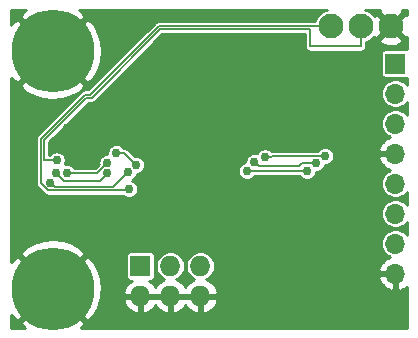
<source format=gbl>
G04 #@! TF.GenerationSoftware,KiCad,Pcbnew,5.1.10*
G04 #@! TF.CreationDate,2021-05-27T14:54:43+02:00*
G04 #@! TF.ProjectId,USB-PD-Breakout,5553422d-5044-42d4-9272-65616b6f7574,rev?*
G04 #@! TF.SameCoordinates,Original*
G04 #@! TF.FileFunction,Copper,L2,Bot*
G04 #@! TF.FilePolarity,Positive*
%FSLAX46Y46*%
G04 Gerber Fmt 4.6, Leading zero omitted, Abs format (unit mm)*
G04 Created by KiCad (PCBNEW 5.1.10) date 2021-05-27 14:54:43*
%MOMM*%
%LPD*%
G01*
G04 APERTURE LIST*
G04 #@! TA.AperFunction,ComponentPad*
%ADD10R,1.727200X1.727200*%
G04 #@! TD*
G04 #@! TA.AperFunction,ComponentPad*
%ADD11O,1.727200X1.727200*%
G04 #@! TD*
G04 #@! TA.AperFunction,ComponentPad*
%ADD12C,7.000000*%
G04 #@! TD*
G04 #@! TA.AperFunction,ComponentPad*
%ADD13C,0.600000*%
G04 #@! TD*
G04 #@! TA.AperFunction,ComponentPad*
%ADD14O,1.700000X1.700000*%
G04 #@! TD*
G04 #@! TA.AperFunction,ComponentPad*
%ADD15R,1.700000X1.700000*%
G04 #@! TD*
G04 #@! TA.AperFunction,ComponentPad*
%ADD16C,2.100000*%
G04 #@! TD*
G04 #@! TA.AperFunction,ViaPad*
%ADD17C,0.762000*%
G04 #@! TD*
G04 #@! TA.AperFunction,Conductor*
%ADD18C,0.254000*%
G04 #@! TD*
G04 #@! TA.AperFunction,Conductor*
%ADD19C,0.127000*%
G04 #@! TD*
G04 APERTURE END LIST*
D10*
X113030000Y-95805000D03*
D11*
X113030000Y-98345000D03*
X115570000Y-95805000D03*
X115570000Y-98345000D03*
X118110000Y-95805000D03*
X118110000Y-98345000D03*
D12*
X105600000Y-97710000D03*
D13*
X108225000Y-97710000D03*
X107456155Y-99566155D03*
X105600000Y-100335000D03*
X103743845Y-99566155D03*
X102975000Y-97710000D03*
X103743845Y-95853845D03*
X105600000Y-95085000D03*
X107456155Y-95853845D03*
D12*
X105600000Y-77600000D03*
D13*
X108225000Y-77600000D03*
X107456155Y-79456155D03*
X105600000Y-80225000D03*
X103743845Y-79456155D03*
X102975000Y-77600000D03*
X103743845Y-75743845D03*
X105600000Y-74975000D03*
X107456155Y-75743845D03*
D14*
X134620000Y-96440000D03*
X134620000Y-93900000D03*
X134620000Y-91360000D03*
X134620000Y-88820000D03*
X134620000Y-86280000D03*
X134620000Y-83740000D03*
X134620000Y-81200000D03*
D15*
X134620000Y-78660000D03*
D16*
X129159000Y-75501500D03*
X131699000Y-75501500D03*
X134239000Y-75501500D03*
D17*
X112522000Y-80057000D03*
X112522000Y-79168000D03*
X113411000Y-79168000D03*
X113411000Y-80057000D03*
X114300000Y-80057000D03*
X114300000Y-79168000D03*
X111379000Y-83613000D03*
X111379000Y-82851000D03*
X110617000Y-82851000D03*
X110617000Y-83613000D03*
X110109000Y-84121000D03*
X106807000Y-84121000D03*
X106807000Y-84883000D03*
X106807000Y-91233000D03*
X106807000Y-90471000D03*
X110998000Y-91360000D03*
X111760000Y-91360000D03*
X111760000Y-90598000D03*
X110998000Y-90598000D03*
X110236000Y-90598000D03*
X128270000Y-100076000D03*
X126873000Y-94615000D03*
X126873000Y-92075000D03*
X121920000Y-89154000D03*
X120269000Y-93345000D03*
X127508000Y-82169000D03*
X122936000Y-83693000D03*
X112077500Y-89281000D03*
X105936000Y-86850000D03*
X122047000Y-87757000D03*
X127127000Y-87757000D03*
X122682000Y-86995000D03*
X127889000Y-87122000D03*
X123571000Y-86614000D03*
X128651000Y-86487000D03*
X105410000Y-88773000D03*
X112014000Y-87884000D03*
X112649000Y-87249000D03*
X110998000Y-86233000D03*
X110234413Y-87045175D03*
X106807000Y-87931000D03*
X110236005Y-87934185D03*
X105918000Y-87931000D03*
D18*
X112522000Y-79168000D02*
X112522000Y-79930000D01*
X112522000Y-79930000D02*
X112395000Y-80057000D01*
X113411000Y-80057000D02*
X113411000Y-79168000D01*
X114300000Y-79168000D02*
X114300000Y-80057000D01*
X110617000Y-82851000D02*
X111379000Y-82851000D01*
X110109000Y-84121000D02*
X110617000Y-83613000D01*
X106807000Y-84883000D02*
X106807000Y-84121000D01*
X106807000Y-90471000D02*
X106807000Y-91233000D01*
X111760000Y-90598000D02*
X111760000Y-91360000D01*
X110236000Y-90598000D02*
X110998000Y-90598000D01*
D19*
X114581053Y-75501500D02*
X129159000Y-75501500D01*
X114581053Y-75501500D02*
X108792306Y-81290247D01*
X108342888Y-81290247D02*
X104597200Y-85035935D01*
X108792306Y-81290247D02*
X108342888Y-81290247D01*
X111950745Y-89407755D02*
X112077500Y-89281000D01*
X105199308Y-89407755D02*
X111950745Y-89407755D01*
X104597200Y-88805647D02*
X105199308Y-89407755D01*
X104597200Y-85035935D02*
X104597200Y-88805647D01*
X114686161Y-75755256D02*
X127381000Y-75755256D01*
X127381000Y-75755256D02*
X127381000Y-77216000D01*
X127381000Y-77216000D02*
X131699000Y-77216000D01*
X131699000Y-77216000D02*
X131699000Y-75501500D01*
X105936000Y-86850000D02*
X104858356Y-86850000D01*
X104858356Y-86850000D02*
X104850956Y-86842600D01*
X108447997Y-81544003D02*
X108897414Y-81544003D01*
X104850956Y-85141044D02*
X108447997Y-81544003D01*
X108897414Y-81544003D02*
X114686161Y-75755256D01*
X104850956Y-86842600D02*
X104850956Y-85141044D01*
X122047000Y-87757000D02*
X123063000Y-87757000D01*
X123063000Y-87757000D02*
X127127000Y-87757000D01*
X122682000Y-86995000D02*
X123063000Y-87376000D01*
X123063000Y-87376000D02*
X126492000Y-87376000D01*
X126492000Y-87376000D02*
X126746000Y-87122000D01*
X126746000Y-87122000D02*
X127889000Y-87122000D01*
X124109815Y-86614000D02*
X124236815Y-86487000D01*
X123571000Y-86614000D02*
X124109815Y-86614000D01*
X124236815Y-86487000D02*
X128651000Y-86487000D01*
X105410000Y-88773000D02*
X105790999Y-89153999D01*
X110997999Y-88900001D02*
X112014000Y-87884000D01*
X110744001Y-89153999D02*
X110489999Y-89153999D01*
X112014000Y-87884000D02*
X110744001Y-89153999D01*
X105790999Y-89153999D02*
X110489999Y-89153999D01*
X111633000Y-86233000D02*
X112649000Y-87249000D01*
X110998000Y-86233000D02*
X111633000Y-86233000D01*
X109853414Y-87426174D02*
X110234413Y-87045175D01*
X109348588Y-87931000D02*
X109853414Y-87426174D01*
X106807000Y-87931000D02*
X109348588Y-87931000D01*
X105918000Y-87931000D02*
X106553000Y-88566000D01*
X109604190Y-88566000D02*
X109855006Y-88315184D01*
X109855006Y-88315184D02*
X110236005Y-87934185D01*
X106553000Y-88566000D02*
X109604190Y-88566000D01*
D18*
X103321744Y-74125285D02*
X103261634Y-74165450D01*
X102865450Y-74685845D01*
X105600000Y-77420395D01*
X108334550Y-74685845D01*
X107938366Y-74165450D01*
X107833098Y-74108000D01*
X128829535Y-74108000D01*
X128741593Y-74125493D01*
X128481167Y-74233364D01*
X128246791Y-74389970D01*
X128047470Y-74589291D01*
X127890864Y-74823667D01*
X127794215Y-75057000D01*
X114602873Y-75057000D01*
X114581053Y-75054851D01*
X114559233Y-75057000D01*
X114559223Y-75057000D01*
X114493916Y-75063432D01*
X114425806Y-75084093D01*
X114410127Y-75088849D01*
X114332907Y-75130124D01*
X114282180Y-75171755D01*
X114282177Y-75171758D01*
X114265224Y-75185671D01*
X114251311Y-75202624D01*
X108608189Y-80845747D01*
X108364708Y-80845747D01*
X108342888Y-80843598D01*
X108321068Y-80845747D01*
X108321058Y-80845747D01*
X108255751Y-80852179D01*
X108171962Y-80877596D01*
X108094742Y-80918871D01*
X108044015Y-80960502D01*
X108044012Y-80960505D01*
X108027059Y-80974418D01*
X108013146Y-80991371D01*
X104298330Y-84706188D01*
X104281371Y-84720106D01*
X104267455Y-84737063D01*
X104225824Y-84787790D01*
X104198709Y-84838519D01*
X104184549Y-84865010D01*
X104159132Y-84948799D01*
X104152700Y-85014106D01*
X104152700Y-85014115D01*
X104150551Y-85035935D01*
X104152700Y-85057755D01*
X104152701Y-88783817D01*
X104150551Y-88805647D01*
X104159133Y-88892784D01*
X104184549Y-88976572D01*
X104225824Y-89053792D01*
X104267455Y-89104519D01*
X104267459Y-89104523D01*
X104281372Y-89121476D01*
X104298325Y-89135389D01*
X104869566Y-89706631D01*
X104883479Y-89723584D01*
X104900432Y-89737497D01*
X104900434Y-89737499D01*
X104933873Y-89764942D01*
X104951163Y-89779131D01*
X105028382Y-89820406D01*
X105112171Y-89845823D01*
X105177478Y-89852255D01*
X105177487Y-89852255D01*
X105199307Y-89854404D01*
X105221127Y-89852255D01*
X111571124Y-89852255D01*
X111591753Y-89872884D01*
X111716558Y-89956276D01*
X111855233Y-90013717D01*
X112002450Y-90043000D01*
X112152550Y-90043000D01*
X112299767Y-90013717D01*
X112438442Y-89956276D01*
X112563247Y-89872884D01*
X112669384Y-89766747D01*
X112752776Y-89641942D01*
X112810217Y-89503267D01*
X112839500Y-89356050D01*
X112839500Y-89205950D01*
X112810217Y-89058733D01*
X112752776Y-88920058D01*
X112669384Y-88795253D01*
X112563247Y-88689116D01*
X112438442Y-88605724D01*
X112350624Y-88569349D01*
X112374942Y-88559276D01*
X112499747Y-88475884D01*
X112605884Y-88369747D01*
X112689276Y-88244942D01*
X112746717Y-88106267D01*
X112767381Y-88002381D01*
X112871267Y-87981717D01*
X113009942Y-87924276D01*
X113134747Y-87840884D01*
X113240884Y-87734747D01*
X113276161Y-87681950D01*
X121285000Y-87681950D01*
X121285000Y-87832050D01*
X121314283Y-87979267D01*
X121371724Y-88117942D01*
X121455116Y-88242747D01*
X121561253Y-88348884D01*
X121686058Y-88432276D01*
X121824733Y-88489717D01*
X121971950Y-88519000D01*
X122122050Y-88519000D01*
X122269267Y-88489717D01*
X122407942Y-88432276D01*
X122532747Y-88348884D01*
X122638884Y-88242747D01*
X122666444Y-88201500D01*
X126507556Y-88201500D01*
X126535116Y-88242747D01*
X126641253Y-88348884D01*
X126766058Y-88432276D01*
X126904733Y-88489717D01*
X127051950Y-88519000D01*
X127202050Y-88519000D01*
X127349267Y-88489717D01*
X127487942Y-88432276D01*
X127612747Y-88348884D01*
X127718884Y-88242747D01*
X127802276Y-88117942D01*
X127859717Y-87979267D01*
X127878667Y-87884000D01*
X127964050Y-87884000D01*
X128111267Y-87854717D01*
X128249942Y-87797276D01*
X128374747Y-87713884D01*
X128480884Y-87607747D01*
X128564276Y-87482942D01*
X128621717Y-87344267D01*
X128640667Y-87249000D01*
X128726050Y-87249000D01*
X128873267Y-87219717D01*
X129011942Y-87162276D01*
X129136747Y-87078884D01*
X129242884Y-86972747D01*
X129326276Y-86847942D01*
X129383717Y-86709267D01*
X129413000Y-86562050D01*
X129413000Y-86411950D01*
X129383717Y-86264733D01*
X129326276Y-86126058D01*
X129242884Y-86001253D01*
X129136747Y-85895116D01*
X129011942Y-85811724D01*
X128873267Y-85754283D01*
X128726050Y-85725000D01*
X128575950Y-85725000D01*
X128428733Y-85754283D01*
X128290058Y-85811724D01*
X128165253Y-85895116D01*
X128059116Y-86001253D01*
X128031556Y-86042500D01*
X124258634Y-86042500D01*
X124236814Y-86040351D01*
X124214994Y-86042500D01*
X124214985Y-86042500D01*
X124149678Y-86048932D01*
X124098951Y-86064320D01*
X124056747Y-86022116D01*
X123931942Y-85938724D01*
X123793267Y-85881283D01*
X123646050Y-85852000D01*
X123495950Y-85852000D01*
X123348733Y-85881283D01*
X123210058Y-85938724D01*
X123085253Y-86022116D01*
X122979116Y-86128253D01*
X122895724Y-86253058D01*
X122892844Y-86260011D01*
X122757050Y-86233000D01*
X122606950Y-86233000D01*
X122459733Y-86262283D01*
X122321058Y-86319724D01*
X122196253Y-86403116D01*
X122090116Y-86509253D01*
X122006724Y-86634058D01*
X121949283Y-86772733D01*
X121920000Y-86919950D01*
X121920000Y-87005333D01*
X121824733Y-87024283D01*
X121686058Y-87081724D01*
X121561253Y-87165116D01*
X121455116Y-87271253D01*
X121371724Y-87396058D01*
X121314283Y-87534733D01*
X121285000Y-87681950D01*
X113276161Y-87681950D01*
X113324276Y-87609942D01*
X113381717Y-87471267D01*
X113411000Y-87324050D01*
X113411000Y-87173950D01*
X113381717Y-87026733D01*
X113324276Y-86888058D01*
X113240884Y-86763253D01*
X113134747Y-86657116D01*
X113009942Y-86573724D01*
X112871267Y-86516283D01*
X112724050Y-86487000D01*
X112573950Y-86487000D01*
X112525295Y-86496678D01*
X111962747Y-85934129D01*
X111948829Y-85917171D01*
X111881145Y-85861624D01*
X111803926Y-85820349D01*
X111720137Y-85794932D01*
X111654830Y-85788500D01*
X111654820Y-85788500D01*
X111633000Y-85786351D01*
X111617058Y-85787921D01*
X111589884Y-85747253D01*
X111483747Y-85641116D01*
X111358942Y-85557724D01*
X111220267Y-85500283D01*
X111073050Y-85471000D01*
X110922950Y-85471000D01*
X110775733Y-85500283D01*
X110637058Y-85557724D01*
X110512253Y-85641116D01*
X110406116Y-85747253D01*
X110322724Y-85872058D01*
X110265283Y-86010733D01*
X110236000Y-86157950D01*
X110236000Y-86283175D01*
X110159363Y-86283175D01*
X110012146Y-86312458D01*
X109873471Y-86369899D01*
X109748666Y-86453291D01*
X109642529Y-86559428D01*
X109559137Y-86684233D01*
X109501696Y-86822908D01*
X109472413Y-86970125D01*
X109472413Y-87120225D01*
X109482091Y-87168879D01*
X109164471Y-87486500D01*
X107426444Y-87486500D01*
X107398884Y-87445253D01*
X107292747Y-87339116D01*
X107167942Y-87255724D01*
X107029267Y-87198283D01*
X106882050Y-87169000D01*
X106731950Y-87169000D01*
X106619374Y-87191393D01*
X106668717Y-87072267D01*
X106698000Y-86925050D01*
X106698000Y-86774950D01*
X106668717Y-86627733D01*
X106611276Y-86489058D01*
X106527884Y-86364253D01*
X106421747Y-86258116D01*
X106296942Y-86174724D01*
X106158267Y-86117283D01*
X106011050Y-86088000D01*
X105860950Y-86088000D01*
X105713733Y-86117283D01*
X105575058Y-86174724D01*
X105450253Y-86258116D01*
X105344116Y-86364253D01*
X105316556Y-86405500D01*
X105295456Y-86405500D01*
X105295456Y-85325161D01*
X108632114Y-81988503D01*
X108875594Y-81988503D01*
X108897414Y-81990652D01*
X108919234Y-81988503D01*
X108919244Y-81988503D01*
X108984551Y-81982071D01*
X109068340Y-81956654D01*
X109145559Y-81915379D01*
X109213243Y-81859832D01*
X109227161Y-81842873D01*
X114870279Y-76199756D01*
X126936500Y-76199756D01*
X126936501Y-77194160D01*
X126934350Y-77216000D01*
X126942932Y-77303137D01*
X126968349Y-77386926D01*
X127009624Y-77464145D01*
X127065171Y-77531829D01*
X127132855Y-77587376D01*
X127210074Y-77628651D01*
X127293863Y-77654068D01*
X127359170Y-77660500D01*
X127381000Y-77662650D01*
X127402830Y-77660500D01*
X131677170Y-77660500D01*
X131699000Y-77662650D01*
X131720830Y-77660500D01*
X131786137Y-77654068D01*
X131869926Y-77628651D01*
X131947145Y-77587376D01*
X132014829Y-77531829D01*
X132070376Y-77464145D01*
X132111651Y-77386926D01*
X132137068Y-77303137D01*
X132145650Y-77216000D01*
X132143500Y-77194170D01*
X132143500Y-76866285D01*
X132376833Y-76769636D01*
X132522107Y-76672566D01*
X133247539Y-76672566D01*
X133349339Y-76942079D01*
X133647477Y-77087963D01*
X133968346Y-77172880D01*
X134299617Y-77193566D01*
X134628557Y-77149228D01*
X134942527Y-77041569D01*
X135128661Y-76942079D01*
X135230461Y-76672566D01*
X134239000Y-75681105D01*
X133247539Y-76672566D01*
X132522107Y-76672566D01*
X132611209Y-76613030D01*
X132810530Y-76413709D01*
X132820120Y-76399357D01*
X133067934Y-76492961D01*
X134059395Y-75501500D01*
X133067934Y-74510039D01*
X132820120Y-74603643D01*
X132810530Y-74589291D01*
X132611209Y-74389970D01*
X132376833Y-74233364D01*
X132116407Y-74125493D01*
X132028465Y-74108000D01*
X133331556Y-74108000D01*
X133247539Y-74330434D01*
X134239000Y-75321895D01*
X135230461Y-74330434D01*
X135146444Y-74108000D01*
X135592000Y-74108000D01*
X135592000Y-74578759D01*
X135410066Y-74510039D01*
X134418605Y-75501500D01*
X135410066Y-76492961D01*
X135592000Y-76424241D01*
X135592000Y-77448865D01*
X135544689Y-77434513D01*
X135470000Y-77427157D01*
X133770000Y-77427157D01*
X133695311Y-77434513D01*
X133623492Y-77456299D01*
X133557304Y-77491678D01*
X133499289Y-77539289D01*
X133451678Y-77597304D01*
X133416299Y-77663492D01*
X133394513Y-77735311D01*
X133387157Y-77810000D01*
X133387157Y-79510000D01*
X133394513Y-79584689D01*
X133416299Y-79656508D01*
X133451678Y-79722696D01*
X133499289Y-79780711D01*
X133557304Y-79828322D01*
X133623492Y-79863701D01*
X133695311Y-79885487D01*
X133770000Y-79892843D01*
X135470000Y-79892843D01*
X135544689Y-79885487D01*
X135592000Y-79871135D01*
X135592000Y-80438960D01*
X135576180Y-80415283D01*
X135404717Y-80243820D01*
X135203097Y-80109102D01*
X134979069Y-80016307D01*
X134741243Y-79969000D01*
X134498757Y-79969000D01*
X134260931Y-80016307D01*
X134036903Y-80109102D01*
X133835283Y-80243820D01*
X133663820Y-80415283D01*
X133529102Y-80616903D01*
X133436307Y-80840931D01*
X133389000Y-81078757D01*
X133389000Y-81321243D01*
X133436307Y-81559069D01*
X133529102Y-81783097D01*
X133663820Y-81984717D01*
X133835283Y-82156180D01*
X134036903Y-82290898D01*
X134260931Y-82383693D01*
X134498757Y-82431000D01*
X134741243Y-82431000D01*
X134979069Y-82383693D01*
X135203097Y-82290898D01*
X135404717Y-82156180D01*
X135576180Y-81984717D01*
X135592000Y-81961040D01*
X135592000Y-82978960D01*
X135576180Y-82955283D01*
X135404717Y-82783820D01*
X135203097Y-82649102D01*
X134979069Y-82556307D01*
X134741243Y-82509000D01*
X134498757Y-82509000D01*
X134260931Y-82556307D01*
X134036903Y-82649102D01*
X133835283Y-82783820D01*
X133663820Y-82955283D01*
X133529102Y-83156903D01*
X133436307Y-83380931D01*
X133389000Y-83618757D01*
X133389000Y-83861243D01*
X133436307Y-84099069D01*
X133529102Y-84323097D01*
X133663820Y-84524717D01*
X133835283Y-84696180D01*
X134036903Y-84830898D01*
X134151168Y-84878228D01*
X133988748Y-84935843D01*
X133738645Y-85084822D01*
X133522412Y-85279731D01*
X133348359Y-85513080D01*
X133223175Y-85775901D01*
X133178524Y-85923110D01*
X133299845Y-86153000D01*
X134493000Y-86153000D01*
X134493000Y-86133000D01*
X134747000Y-86133000D01*
X134747000Y-86153000D01*
X134767000Y-86153000D01*
X134767000Y-86407000D01*
X134747000Y-86407000D01*
X134747000Y-86427000D01*
X134493000Y-86427000D01*
X134493000Y-86407000D01*
X133299845Y-86407000D01*
X133178524Y-86636890D01*
X133223175Y-86784099D01*
X133348359Y-87046920D01*
X133522412Y-87280269D01*
X133738645Y-87475178D01*
X133988748Y-87624157D01*
X134151168Y-87681772D01*
X134036903Y-87729102D01*
X133835283Y-87863820D01*
X133663820Y-88035283D01*
X133529102Y-88236903D01*
X133436307Y-88460931D01*
X133389000Y-88698757D01*
X133389000Y-88941243D01*
X133436307Y-89179069D01*
X133529102Y-89403097D01*
X133663820Y-89604717D01*
X133835283Y-89776180D01*
X134036903Y-89910898D01*
X134260931Y-90003693D01*
X134498757Y-90051000D01*
X134741243Y-90051000D01*
X134979069Y-90003693D01*
X135203097Y-89910898D01*
X135404717Y-89776180D01*
X135576180Y-89604717D01*
X135592001Y-89581040D01*
X135592001Y-90598960D01*
X135576180Y-90575283D01*
X135404717Y-90403820D01*
X135203097Y-90269102D01*
X134979069Y-90176307D01*
X134741243Y-90129000D01*
X134498757Y-90129000D01*
X134260931Y-90176307D01*
X134036903Y-90269102D01*
X133835283Y-90403820D01*
X133663820Y-90575283D01*
X133529102Y-90776903D01*
X133436307Y-91000931D01*
X133389000Y-91238757D01*
X133389000Y-91481243D01*
X133436307Y-91719069D01*
X133529102Y-91943097D01*
X133663820Y-92144717D01*
X133835283Y-92316180D01*
X134036903Y-92450898D01*
X134260931Y-92543693D01*
X134498757Y-92591000D01*
X134741243Y-92591000D01*
X134979069Y-92543693D01*
X135203097Y-92450898D01*
X135404717Y-92316180D01*
X135576180Y-92144717D01*
X135592001Y-92121040D01*
X135592001Y-93138960D01*
X135576180Y-93115283D01*
X135404717Y-92943820D01*
X135203097Y-92809102D01*
X134979069Y-92716307D01*
X134741243Y-92669000D01*
X134498757Y-92669000D01*
X134260931Y-92716307D01*
X134036903Y-92809102D01*
X133835283Y-92943820D01*
X133663820Y-93115283D01*
X133529102Y-93316903D01*
X133436307Y-93540931D01*
X133389000Y-93778757D01*
X133389000Y-94021243D01*
X133436307Y-94259069D01*
X133529102Y-94483097D01*
X133663820Y-94684717D01*
X133835283Y-94856180D01*
X134036903Y-94990898D01*
X134151168Y-95038228D01*
X133988748Y-95095843D01*
X133738645Y-95244822D01*
X133522412Y-95439731D01*
X133348359Y-95673080D01*
X133223175Y-95935901D01*
X133178524Y-96083110D01*
X133299845Y-96313000D01*
X134493000Y-96313000D01*
X134493000Y-96293000D01*
X134747000Y-96293000D01*
X134747000Y-96313000D01*
X134767000Y-96313000D01*
X134767000Y-96567000D01*
X134747000Y-96567000D01*
X134747000Y-97760814D01*
X134976891Y-97881481D01*
X135251252Y-97784157D01*
X135501355Y-97635178D01*
X135592001Y-97553471D01*
X135592001Y-101092000D01*
X107978373Y-101092000D01*
X108334550Y-100624155D01*
X105600000Y-97889605D01*
X102865450Y-100624155D01*
X103221627Y-101092000D01*
X102108000Y-101092000D01*
X102108000Y-99955230D01*
X102125285Y-99988256D01*
X102165450Y-100048366D01*
X102685845Y-100444550D01*
X105420395Y-97710000D01*
X105779605Y-97710000D01*
X108514155Y-100444550D01*
X109034550Y-100048366D01*
X109424748Y-99333388D01*
X109621658Y-98704026D01*
X111575042Y-98704026D01*
X111620778Y-98854814D01*
X111747316Y-99119944D01*
X111923146Y-99355293D01*
X112141512Y-99551817D01*
X112394022Y-99701964D01*
X112670973Y-99799963D01*
X112903000Y-99679464D01*
X112903000Y-98472000D01*
X113157000Y-98472000D01*
X113157000Y-99679464D01*
X113389027Y-99799963D01*
X113665978Y-99701964D01*
X113918488Y-99551817D01*
X114136854Y-99355293D01*
X114300000Y-99136922D01*
X114463146Y-99355293D01*
X114681512Y-99551817D01*
X114934022Y-99701964D01*
X115210973Y-99799963D01*
X115443000Y-99679464D01*
X115443000Y-98472000D01*
X115697000Y-98472000D01*
X115697000Y-99679464D01*
X115929027Y-99799963D01*
X116205978Y-99701964D01*
X116458488Y-99551817D01*
X116676854Y-99355293D01*
X116840000Y-99136922D01*
X117003146Y-99355293D01*
X117221512Y-99551817D01*
X117474022Y-99701964D01*
X117750973Y-99799963D01*
X117983000Y-99679464D01*
X117983000Y-98472000D01*
X118237000Y-98472000D01*
X118237000Y-99679464D01*
X118469027Y-99799963D01*
X118745978Y-99701964D01*
X118998488Y-99551817D01*
X119216854Y-99355293D01*
X119392684Y-99119944D01*
X119519222Y-98854814D01*
X119564958Y-98704026D01*
X119443817Y-98472000D01*
X118237000Y-98472000D01*
X117983000Y-98472000D01*
X115697000Y-98472000D01*
X115443000Y-98472000D01*
X113157000Y-98472000D01*
X112903000Y-98472000D01*
X111696183Y-98472000D01*
X111575042Y-98704026D01*
X109621658Y-98704026D01*
X109667964Y-98556024D01*
X109729121Y-97985974D01*
X111575042Y-97985974D01*
X111696183Y-98218000D01*
X112903000Y-98218000D01*
X112903000Y-98198000D01*
X113157000Y-98198000D01*
X113157000Y-98218000D01*
X115443000Y-98218000D01*
X115443000Y-98198000D01*
X115697000Y-98198000D01*
X115697000Y-98218000D01*
X117983000Y-98218000D01*
X117983000Y-98198000D01*
X118237000Y-98198000D01*
X118237000Y-98218000D01*
X119443817Y-98218000D01*
X119564958Y-97985974D01*
X119519222Y-97835186D01*
X119392684Y-97570056D01*
X119216854Y-97334707D01*
X118998488Y-97138183D01*
X118745978Y-96988036D01*
X118616664Y-96942278D01*
X118699539Y-96907950D01*
X118865752Y-96796890D01*
X133178524Y-96796890D01*
X133223175Y-96944099D01*
X133348359Y-97206920D01*
X133522412Y-97440269D01*
X133738645Y-97635178D01*
X133988748Y-97784157D01*
X134263109Y-97881481D01*
X134493000Y-97760814D01*
X134493000Y-96567000D01*
X133299845Y-96567000D01*
X133178524Y-96796890D01*
X118865752Y-96796890D01*
X118903386Y-96771744D01*
X119076744Y-96598386D01*
X119212950Y-96394539D01*
X119306771Y-96168036D01*
X119354600Y-95927582D01*
X119354600Y-95682418D01*
X119306771Y-95441964D01*
X119212950Y-95215461D01*
X119076744Y-95011614D01*
X118903386Y-94838256D01*
X118699539Y-94702050D01*
X118473036Y-94608229D01*
X118232582Y-94560400D01*
X117987418Y-94560400D01*
X117746964Y-94608229D01*
X117520461Y-94702050D01*
X117316614Y-94838256D01*
X117143256Y-95011614D01*
X117007050Y-95215461D01*
X116913229Y-95441964D01*
X116865400Y-95682418D01*
X116865400Y-95927582D01*
X116913229Y-96168036D01*
X117007050Y-96394539D01*
X117143256Y-96598386D01*
X117316614Y-96771744D01*
X117520461Y-96907950D01*
X117603336Y-96942278D01*
X117474022Y-96988036D01*
X117221512Y-97138183D01*
X117003146Y-97334707D01*
X116840000Y-97553078D01*
X116676854Y-97334707D01*
X116458488Y-97138183D01*
X116205978Y-96988036D01*
X116076664Y-96942278D01*
X116159539Y-96907950D01*
X116363386Y-96771744D01*
X116536744Y-96598386D01*
X116672950Y-96394539D01*
X116766771Y-96168036D01*
X116814600Y-95927582D01*
X116814600Y-95682418D01*
X116766771Y-95441964D01*
X116672950Y-95215461D01*
X116536744Y-95011614D01*
X116363386Y-94838256D01*
X116159539Y-94702050D01*
X115933036Y-94608229D01*
X115692582Y-94560400D01*
X115447418Y-94560400D01*
X115206964Y-94608229D01*
X114980461Y-94702050D01*
X114776614Y-94838256D01*
X114603256Y-95011614D01*
X114467050Y-95215461D01*
X114373229Y-95441964D01*
X114325400Y-95682418D01*
X114325400Y-95927582D01*
X114373229Y-96168036D01*
X114467050Y-96394539D01*
X114603256Y-96598386D01*
X114776614Y-96771744D01*
X114980461Y-96907950D01*
X115063336Y-96942278D01*
X114934022Y-96988036D01*
X114681512Y-97138183D01*
X114463146Y-97334707D01*
X114300000Y-97553078D01*
X114136854Y-97334707D01*
X113918488Y-97138183D01*
X113772613Y-97051443D01*
X113893600Y-97051443D01*
X113968289Y-97044087D01*
X114040108Y-97022301D01*
X114106296Y-96986922D01*
X114164311Y-96939311D01*
X114211922Y-96881296D01*
X114247301Y-96815108D01*
X114269087Y-96743289D01*
X114276443Y-96668600D01*
X114276443Y-94941400D01*
X114269087Y-94866711D01*
X114247301Y-94794892D01*
X114211922Y-94728704D01*
X114164311Y-94670689D01*
X114106296Y-94623078D01*
X114040108Y-94587699D01*
X113968289Y-94565913D01*
X113893600Y-94558557D01*
X112166400Y-94558557D01*
X112091711Y-94565913D01*
X112019892Y-94587699D01*
X111953704Y-94623078D01*
X111895689Y-94670689D01*
X111848078Y-94728704D01*
X111812699Y-94794892D01*
X111790913Y-94866711D01*
X111783557Y-94941400D01*
X111783557Y-96668600D01*
X111790913Y-96743289D01*
X111812699Y-96815108D01*
X111848078Y-96881296D01*
X111895689Y-96939311D01*
X111953704Y-96986922D01*
X112019892Y-97022301D01*
X112091711Y-97044087D01*
X112166400Y-97051443D01*
X112287387Y-97051443D01*
X112141512Y-97138183D01*
X111923146Y-97334707D01*
X111747316Y-97570056D01*
X111620778Y-97835186D01*
X111575042Y-97985974D01*
X109729121Y-97985974D01*
X109754851Y-97746147D01*
X109682069Y-96934882D01*
X109452415Y-96153403D01*
X109074715Y-95431744D01*
X109034550Y-95371634D01*
X108514155Y-94975450D01*
X105779605Y-97710000D01*
X105420395Y-97710000D01*
X102685845Y-94975450D01*
X102165450Y-95371634D01*
X102108000Y-95476902D01*
X102108000Y-94795845D01*
X102865450Y-94795845D01*
X105600000Y-97530395D01*
X108334550Y-94795845D01*
X107938366Y-94275450D01*
X107223388Y-93885252D01*
X106446024Y-93642036D01*
X105636147Y-93555149D01*
X104824882Y-93627931D01*
X104043403Y-93857585D01*
X103321744Y-94235285D01*
X103261634Y-94275450D01*
X102865450Y-94795845D01*
X102108000Y-94795845D01*
X102108000Y-80514155D01*
X102865450Y-80514155D01*
X103261634Y-81034550D01*
X103976612Y-81424748D01*
X104753976Y-81667964D01*
X105563853Y-81754851D01*
X106375118Y-81682069D01*
X107156597Y-81452415D01*
X107878256Y-81074715D01*
X107938366Y-81034550D01*
X108334550Y-80514155D01*
X105600000Y-77779605D01*
X102865450Y-80514155D01*
X102108000Y-80514155D01*
X102108000Y-79845230D01*
X102125285Y-79878256D01*
X102165450Y-79938366D01*
X102685845Y-80334550D01*
X105420395Y-77600000D01*
X105779605Y-77600000D01*
X108514155Y-80334550D01*
X109034550Y-79938366D01*
X109424748Y-79223388D01*
X109667964Y-78446024D01*
X109754851Y-77636147D01*
X109682069Y-76824882D01*
X109452415Y-76043403D01*
X109074715Y-75321744D01*
X109034550Y-75261634D01*
X108514155Y-74865450D01*
X105779605Y-77600000D01*
X105420395Y-77600000D01*
X102685845Y-74865450D01*
X102165450Y-75261634D01*
X102108000Y-75366902D01*
X102108000Y-74108000D01*
X103354770Y-74108000D01*
X103321744Y-74125285D01*
G04 #@! TA.AperFunction,Conductor*
G36*
X103321744Y-74125285D02*
G01*
X103261634Y-74165450D01*
X102865450Y-74685845D01*
X105600000Y-77420395D01*
X108334550Y-74685845D01*
X107938366Y-74165450D01*
X107833098Y-74108000D01*
X128829535Y-74108000D01*
X128741593Y-74125493D01*
X128481167Y-74233364D01*
X128246791Y-74389970D01*
X128047470Y-74589291D01*
X127890864Y-74823667D01*
X127794215Y-75057000D01*
X114602873Y-75057000D01*
X114581053Y-75054851D01*
X114559233Y-75057000D01*
X114559223Y-75057000D01*
X114493916Y-75063432D01*
X114425806Y-75084093D01*
X114410127Y-75088849D01*
X114332907Y-75130124D01*
X114282180Y-75171755D01*
X114282177Y-75171758D01*
X114265224Y-75185671D01*
X114251311Y-75202624D01*
X108608189Y-80845747D01*
X108364708Y-80845747D01*
X108342888Y-80843598D01*
X108321068Y-80845747D01*
X108321058Y-80845747D01*
X108255751Y-80852179D01*
X108171962Y-80877596D01*
X108094742Y-80918871D01*
X108044015Y-80960502D01*
X108044012Y-80960505D01*
X108027059Y-80974418D01*
X108013146Y-80991371D01*
X104298330Y-84706188D01*
X104281371Y-84720106D01*
X104267455Y-84737063D01*
X104225824Y-84787790D01*
X104198709Y-84838519D01*
X104184549Y-84865010D01*
X104159132Y-84948799D01*
X104152700Y-85014106D01*
X104152700Y-85014115D01*
X104150551Y-85035935D01*
X104152700Y-85057755D01*
X104152701Y-88783817D01*
X104150551Y-88805647D01*
X104159133Y-88892784D01*
X104184549Y-88976572D01*
X104225824Y-89053792D01*
X104267455Y-89104519D01*
X104267459Y-89104523D01*
X104281372Y-89121476D01*
X104298325Y-89135389D01*
X104869566Y-89706631D01*
X104883479Y-89723584D01*
X104900432Y-89737497D01*
X104900434Y-89737499D01*
X104933873Y-89764942D01*
X104951163Y-89779131D01*
X105028382Y-89820406D01*
X105112171Y-89845823D01*
X105177478Y-89852255D01*
X105177487Y-89852255D01*
X105199307Y-89854404D01*
X105221127Y-89852255D01*
X111571124Y-89852255D01*
X111591753Y-89872884D01*
X111716558Y-89956276D01*
X111855233Y-90013717D01*
X112002450Y-90043000D01*
X112152550Y-90043000D01*
X112299767Y-90013717D01*
X112438442Y-89956276D01*
X112563247Y-89872884D01*
X112669384Y-89766747D01*
X112752776Y-89641942D01*
X112810217Y-89503267D01*
X112839500Y-89356050D01*
X112839500Y-89205950D01*
X112810217Y-89058733D01*
X112752776Y-88920058D01*
X112669384Y-88795253D01*
X112563247Y-88689116D01*
X112438442Y-88605724D01*
X112350624Y-88569349D01*
X112374942Y-88559276D01*
X112499747Y-88475884D01*
X112605884Y-88369747D01*
X112689276Y-88244942D01*
X112746717Y-88106267D01*
X112767381Y-88002381D01*
X112871267Y-87981717D01*
X113009942Y-87924276D01*
X113134747Y-87840884D01*
X113240884Y-87734747D01*
X113276161Y-87681950D01*
X121285000Y-87681950D01*
X121285000Y-87832050D01*
X121314283Y-87979267D01*
X121371724Y-88117942D01*
X121455116Y-88242747D01*
X121561253Y-88348884D01*
X121686058Y-88432276D01*
X121824733Y-88489717D01*
X121971950Y-88519000D01*
X122122050Y-88519000D01*
X122269267Y-88489717D01*
X122407942Y-88432276D01*
X122532747Y-88348884D01*
X122638884Y-88242747D01*
X122666444Y-88201500D01*
X126507556Y-88201500D01*
X126535116Y-88242747D01*
X126641253Y-88348884D01*
X126766058Y-88432276D01*
X126904733Y-88489717D01*
X127051950Y-88519000D01*
X127202050Y-88519000D01*
X127349267Y-88489717D01*
X127487942Y-88432276D01*
X127612747Y-88348884D01*
X127718884Y-88242747D01*
X127802276Y-88117942D01*
X127859717Y-87979267D01*
X127878667Y-87884000D01*
X127964050Y-87884000D01*
X128111267Y-87854717D01*
X128249942Y-87797276D01*
X128374747Y-87713884D01*
X128480884Y-87607747D01*
X128564276Y-87482942D01*
X128621717Y-87344267D01*
X128640667Y-87249000D01*
X128726050Y-87249000D01*
X128873267Y-87219717D01*
X129011942Y-87162276D01*
X129136747Y-87078884D01*
X129242884Y-86972747D01*
X129326276Y-86847942D01*
X129383717Y-86709267D01*
X129413000Y-86562050D01*
X129413000Y-86411950D01*
X129383717Y-86264733D01*
X129326276Y-86126058D01*
X129242884Y-86001253D01*
X129136747Y-85895116D01*
X129011942Y-85811724D01*
X128873267Y-85754283D01*
X128726050Y-85725000D01*
X128575950Y-85725000D01*
X128428733Y-85754283D01*
X128290058Y-85811724D01*
X128165253Y-85895116D01*
X128059116Y-86001253D01*
X128031556Y-86042500D01*
X124258634Y-86042500D01*
X124236814Y-86040351D01*
X124214994Y-86042500D01*
X124214985Y-86042500D01*
X124149678Y-86048932D01*
X124098951Y-86064320D01*
X124056747Y-86022116D01*
X123931942Y-85938724D01*
X123793267Y-85881283D01*
X123646050Y-85852000D01*
X123495950Y-85852000D01*
X123348733Y-85881283D01*
X123210058Y-85938724D01*
X123085253Y-86022116D01*
X122979116Y-86128253D01*
X122895724Y-86253058D01*
X122892844Y-86260011D01*
X122757050Y-86233000D01*
X122606950Y-86233000D01*
X122459733Y-86262283D01*
X122321058Y-86319724D01*
X122196253Y-86403116D01*
X122090116Y-86509253D01*
X122006724Y-86634058D01*
X121949283Y-86772733D01*
X121920000Y-86919950D01*
X121920000Y-87005333D01*
X121824733Y-87024283D01*
X121686058Y-87081724D01*
X121561253Y-87165116D01*
X121455116Y-87271253D01*
X121371724Y-87396058D01*
X121314283Y-87534733D01*
X121285000Y-87681950D01*
X113276161Y-87681950D01*
X113324276Y-87609942D01*
X113381717Y-87471267D01*
X113411000Y-87324050D01*
X113411000Y-87173950D01*
X113381717Y-87026733D01*
X113324276Y-86888058D01*
X113240884Y-86763253D01*
X113134747Y-86657116D01*
X113009942Y-86573724D01*
X112871267Y-86516283D01*
X112724050Y-86487000D01*
X112573950Y-86487000D01*
X112525295Y-86496678D01*
X111962747Y-85934129D01*
X111948829Y-85917171D01*
X111881145Y-85861624D01*
X111803926Y-85820349D01*
X111720137Y-85794932D01*
X111654830Y-85788500D01*
X111654820Y-85788500D01*
X111633000Y-85786351D01*
X111617058Y-85787921D01*
X111589884Y-85747253D01*
X111483747Y-85641116D01*
X111358942Y-85557724D01*
X111220267Y-85500283D01*
X111073050Y-85471000D01*
X110922950Y-85471000D01*
X110775733Y-85500283D01*
X110637058Y-85557724D01*
X110512253Y-85641116D01*
X110406116Y-85747253D01*
X110322724Y-85872058D01*
X110265283Y-86010733D01*
X110236000Y-86157950D01*
X110236000Y-86283175D01*
X110159363Y-86283175D01*
X110012146Y-86312458D01*
X109873471Y-86369899D01*
X109748666Y-86453291D01*
X109642529Y-86559428D01*
X109559137Y-86684233D01*
X109501696Y-86822908D01*
X109472413Y-86970125D01*
X109472413Y-87120225D01*
X109482091Y-87168879D01*
X109164471Y-87486500D01*
X107426444Y-87486500D01*
X107398884Y-87445253D01*
X107292747Y-87339116D01*
X107167942Y-87255724D01*
X107029267Y-87198283D01*
X106882050Y-87169000D01*
X106731950Y-87169000D01*
X106619374Y-87191393D01*
X106668717Y-87072267D01*
X106698000Y-86925050D01*
X106698000Y-86774950D01*
X106668717Y-86627733D01*
X106611276Y-86489058D01*
X106527884Y-86364253D01*
X106421747Y-86258116D01*
X106296942Y-86174724D01*
X106158267Y-86117283D01*
X106011050Y-86088000D01*
X105860950Y-86088000D01*
X105713733Y-86117283D01*
X105575058Y-86174724D01*
X105450253Y-86258116D01*
X105344116Y-86364253D01*
X105316556Y-86405500D01*
X105295456Y-86405500D01*
X105295456Y-85325161D01*
X108632114Y-81988503D01*
X108875594Y-81988503D01*
X108897414Y-81990652D01*
X108919234Y-81988503D01*
X108919244Y-81988503D01*
X108984551Y-81982071D01*
X109068340Y-81956654D01*
X109145559Y-81915379D01*
X109213243Y-81859832D01*
X109227161Y-81842873D01*
X114870279Y-76199756D01*
X126936500Y-76199756D01*
X126936501Y-77194160D01*
X126934350Y-77216000D01*
X126942932Y-77303137D01*
X126968349Y-77386926D01*
X127009624Y-77464145D01*
X127065171Y-77531829D01*
X127132855Y-77587376D01*
X127210074Y-77628651D01*
X127293863Y-77654068D01*
X127359170Y-77660500D01*
X127381000Y-77662650D01*
X127402830Y-77660500D01*
X131677170Y-77660500D01*
X131699000Y-77662650D01*
X131720830Y-77660500D01*
X131786137Y-77654068D01*
X131869926Y-77628651D01*
X131947145Y-77587376D01*
X132014829Y-77531829D01*
X132070376Y-77464145D01*
X132111651Y-77386926D01*
X132137068Y-77303137D01*
X132145650Y-77216000D01*
X132143500Y-77194170D01*
X132143500Y-76866285D01*
X132376833Y-76769636D01*
X132522107Y-76672566D01*
X133247539Y-76672566D01*
X133349339Y-76942079D01*
X133647477Y-77087963D01*
X133968346Y-77172880D01*
X134299617Y-77193566D01*
X134628557Y-77149228D01*
X134942527Y-77041569D01*
X135128661Y-76942079D01*
X135230461Y-76672566D01*
X134239000Y-75681105D01*
X133247539Y-76672566D01*
X132522107Y-76672566D01*
X132611209Y-76613030D01*
X132810530Y-76413709D01*
X132820120Y-76399357D01*
X133067934Y-76492961D01*
X134059395Y-75501500D01*
X133067934Y-74510039D01*
X132820120Y-74603643D01*
X132810530Y-74589291D01*
X132611209Y-74389970D01*
X132376833Y-74233364D01*
X132116407Y-74125493D01*
X132028465Y-74108000D01*
X133331556Y-74108000D01*
X133247539Y-74330434D01*
X134239000Y-75321895D01*
X135230461Y-74330434D01*
X135146444Y-74108000D01*
X135592000Y-74108000D01*
X135592000Y-74578759D01*
X135410066Y-74510039D01*
X134418605Y-75501500D01*
X135410066Y-76492961D01*
X135592000Y-76424241D01*
X135592000Y-77448865D01*
X135544689Y-77434513D01*
X135470000Y-77427157D01*
X133770000Y-77427157D01*
X133695311Y-77434513D01*
X133623492Y-77456299D01*
X133557304Y-77491678D01*
X133499289Y-77539289D01*
X133451678Y-77597304D01*
X133416299Y-77663492D01*
X133394513Y-77735311D01*
X133387157Y-77810000D01*
X133387157Y-79510000D01*
X133394513Y-79584689D01*
X133416299Y-79656508D01*
X133451678Y-79722696D01*
X133499289Y-79780711D01*
X133557304Y-79828322D01*
X133623492Y-79863701D01*
X133695311Y-79885487D01*
X133770000Y-79892843D01*
X135470000Y-79892843D01*
X135544689Y-79885487D01*
X135592000Y-79871135D01*
X135592000Y-80438960D01*
X135576180Y-80415283D01*
X135404717Y-80243820D01*
X135203097Y-80109102D01*
X134979069Y-80016307D01*
X134741243Y-79969000D01*
X134498757Y-79969000D01*
X134260931Y-80016307D01*
X134036903Y-80109102D01*
X133835283Y-80243820D01*
X133663820Y-80415283D01*
X133529102Y-80616903D01*
X133436307Y-80840931D01*
X133389000Y-81078757D01*
X133389000Y-81321243D01*
X133436307Y-81559069D01*
X133529102Y-81783097D01*
X133663820Y-81984717D01*
X133835283Y-82156180D01*
X134036903Y-82290898D01*
X134260931Y-82383693D01*
X134498757Y-82431000D01*
X134741243Y-82431000D01*
X134979069Y-82383693D01*
X135203097Y-82290898D01*
X135404717Y-82156180D01*
X135576180Y-81984717D01*
X135592000Y-81961040D01*
X135592000Y-82978960D01*
X135576180Y-82955283D01*
X135404717Y-82783820D01*
X135203097Y-82649102D01*
X134979069Y-82556307D01*
X134741243Y-82509000D01*
X134498757Y-82509000D01*
X134260931Y-82556307D01*
X134036903Y-82649102D01*
X133835283Y-82783820D01*
X133663820Y-82955283D01*
X133529102Y-83156903D01*
X133436307Y-83380931D01*
X133389000Y-83618757D01*
X133389000Y-83861243D01*
X133436307Y-84099069D01*
X133529102Y-84323097D01*
X133663820Y-84524717D01*
X133835283Y-84696180D01*
X134036903Y-84830898D01*
X134151168Y-84878228D01*
X133988748Y-84935843D01*
X133738645Y-85084822D01*
X133522412Y-85279731D01*
X133348359Y-85513080D01*
X133223175Y-85775901D01*
X133178524Y-85923110D01*
X133299845Y-86153000D01*
X134493000Y-86153000D01*
X134493000Y-86133000D01*
X134747000Y-86133000D01*
X134747000Y-86153000D01*
X134767000Y-86153000D01*
X134767000Y-86407000D01*
X134747000Y-86407000D01*
X134747000Y-86427000D01*
X134493000Y-86427000D01*
X134493000Y-86407000D01*
X133299845Y-86407000D01*
X133178524Y-86636890D01*
X133223175Y-86784099D01*
X133348359Y-87046920D01*
X133522412Y-87280269D01*
X133738645Y-87475178D01*
X133988748Y-87624157D01*
X134151168Y-87681772D01*
X134036903Y-87729102D01*
X133835283Y-87863820D01*
X133663820Y-88035283D01*
X133529102Y-88236903D01*
X133436307Y-88460931D01*
X133389000Y-88698757D01*
X133389000Y-88941243D01*
X133436307Y-89179069D01*
X133529102Y-89403097D01*
X133663820Y-89604717D01*
X133835283Y-89776180D01*
X134036903Y-89910898D01*
X134260931Y-90003693D01*
X134498757Y-90051000D01*
X134741243Y-90051000D01*
X134979069Y-90003693D01*
X135203097Y-89910898D01*
X135404717Y-89776180D01*
X135576180Y-89604717D01*
X135592001Y-89581040D01*
X135592001Y-90598960D01*
X135576180Y-90575283D01*
X135404717Y-90403820D01*
X135203097Y-90269102D01*
X134979069Y-90176307D01*
X134741243Y-90129000D01*
X134498757Y-90129000D01*
X134260931Y-90176307D01*
X134036903Y-90269102D01*
X133835283Y-90403820D01*
X133663820Y-90575283D01*
X133529102Y-90776903D01*
X133436307Y-91000931D01*
X133389000Y-91238757D01*
X133389000Y-91481243D01*
X133436307Y-91719069D01*
X133529102Y-91943097D01*
X133663820Y-92144717D01*
X133835283Y-92316180D01*
X134036903Y-92450898D01*
X134260931Y-92543693D01*
X134498757Y-92591000D01*
X134741243Y-92591000D01*
X134979069Y-92543693D01*
X135203097Y-92450898D01*
X135404717Y-92316180D01*
X135576180Y-92144717D01*
X135592001Y-92121040D01*
X135592001Y-93138960D01*
X135576180Y-93115283D01*
X135404717Y-92943820D01*
X135203097Y-92809102D01*
X134979069Y-92716307D01*
X134741243Y-92669000D01*
X134498757Y-92669000D01*
X134260931Y-92716307D01*
X134036903Y-92809102D01*
X133835283Y-92943820D01*
X133663820Y-93115283D01*
X133529102Y-93316903D01*
X133436307Y-93540931D01*
X133389000Y-93778757D01*
X133389000Y-94021243D01*
X133436307Y-94259069D01*
X133529102Y-94483097D01*
X133663820Y-94684717D01*
X133835283Y-94856180D01*
X134036903Y-94990898D01*
X134151168Y-95038228D01*
X133988748Y-95095843D01*
X133738645Y-95244822D01*
X133522412Y-95439731D01*
X133348359Y-95673080D01*
X133223175Y-95935901D01*
X133178524Y-96083110D01*
X133299845Y-96313000D01*
X134493000Y-96313000D01*
X134493000Y-96293000D01*
X134747000Y-96293000D01*
X134747000Y-96313000D01*
X134767000Y-96313000D01*
X134767000Y-96567000D01*
X134747000Y-96567000D01*
X134747000Y-97760814D01*
X134976891Y-97881481D01*
X135251252Y-97784157D01*
X135501355Y-97635178D01*
X135592001Y-97553471D01*
X135592001Y-101092000D01*
X107978373Y-101092000D01*
X108334550Y-100624155D01*
X105600000Y-97889605D01*
X102865450Y-100624155D01*
X103221627Y-101092000D01*
X102108000Y-101092000D01*
X102108000Y-99955230D01*
X102125285Y-99988256D01*
X102165450Y-100048366D01*
X102685845Y-100444550D01*
X105420395Y-97710000D01*
X105779605Y-97710000D01*
X108514155Y-100444550D01*
X109034550Y-100048366D01*
X109424748Y-99333388D01*
X109621658Y-98704026D01*
X111575042Y-98704026D01*
X111620778Y-98854814D01*
X111747316Y-99119944D01*
X111923146Y-99355293D01*
X112141512Y-99551817D01*
X112394022Y-99701964D01*
X112670973Y-99799963D01*
X112903000Y-99679464D01*
X112903000Y-98472000D01*
X113157000Y-98472000D01*
X113157000Y-99679464D01*
X113389027Y-99799963D01*
X113665978Y-99701964D01*
X113918488Y-99551817D01*
X114136854Y-99355293D01*
X114300000Y-99136922D01*
X114463146Y-99355293D01*
X114681512Y-99551817D01*
X114934022Y-99701964D01*
X115210973Y-99799963D01*
X115443000Y-99679464D01*
X115443000Y-98472000D01*
X115697000Y-98472000D01*
X115697000Y-99679464D01*
X115929027Y-99799963D01*
X116205978Y-99701964D01*
X116458488Y-99551817D01*
X116676854Y-99355293D01*
X116840000Y-99136922D01*
X117003146Y-99355293D01*
X117221512Y-99551817D01*
X117474022Y-99701964D01*
X117750973Y-99799963D01*
X117983000Y-99679464D01*
X117983000Y-98472000D01*
X118237000Y-98472000D01*
X118237000Y-99679464D01*
X118469027Y-99799963D01*
X118745978Y-99701964D01*
X118998488Y-99551817D01*
X119216854Y-99355293D01*
X119392684Y-99119944D01*
X119519222Y-98854814D01*
X119564958Y-98704026D01*
X119443817Y-98472000D01*
X118237000Y-98472000D01*
X117983000Y-98472000D01*
X115697000Y-98472000D01*
X115443000Y-98472000D01*
X113157000Y-98472000D01*
X112903000Y-98472000D01*
X111696183Y-98472000D01*
X111575042Y-98704026D01*
X109621658Y-98704026D01*
X109667964Y-98556024D01*
X109729121Y-97985974D01*
X111575042Y-97985974D01*
X111696183Y-98218000D01*
X112903000Y-98218000D01*
X112903000Y-98198000D01*
X113157000Y-98198000D01*
X113157000Y-98218000D01*
X115443000Y-98218000D01*
X115443000Y-98198000D01*
X115697000Y-98198000D01*
X115697000Y-98218000D01*
X117983000Y-98218000D01*
X117983000Y-98198000D01*
X118237000Y-98198000D01*
X118237000Y-98218000D01*
X119443817Y-98218000D01*
X119564958Y-97985974D01*
X119519222Y-97835186D01*
X119392684Y-97570056D01*
X119216854Y-97334707D01*
X118998488Y-97138183D01*
X118745978Y-96988036D01*
X118616664Y-96942278D01*
X118699539Y-96907950D01*
X118865752Y-96796890D01*
X133178524Y-96796890D01*
X133223175Y-96944099D01*
X133348359Y-97206920D01*
X133522412Y-97440269D01*
X133738645Y-97635178D01*
X133988748Y-97784157D01*
X134263109Y-97881481D01*
X134493000Y-97760814D01*
X134493000Y-96567000D01*
X133299845Y-96567000D01*
X133178524Y-96796890D01*
X118865752Y-96796890D01*
X118903386Y-96771744D01*
X119076744Y-96598386D01*
X119212950Y-96394539D01*
X119306771Y-96168036D01*
X119354600Y-95927582D01*
X119354600Y-95682418D01*
X119306771Y-95441964D01*
X119212950Y-95215461D01*
X119076744Y-95011614D01*
X118903386Y-94838256D01*
X118699539Y-94702050D01*
X118473036Y-94608229D01*
X118232582Y-94560400D01*
X117987418Y-94560400D01*
X117746964Y-94608229D01*
X117520461Y-94702050D01*
X117316614Y-94838256D01*
X117143256Y-95011614D01*
X117007050Y-95215461D01*
X116913229Y-95441964D01*
X116865400Y-95682418D01*
X116865400Y-95927582D01*
X116913229Y-96168036D01*
X117007050Y-96394539D01*
X117143256Y-96598386D01*
X117316614Y-96771744D01*
X117520461Y-96907950D01*
X117603336Y-96942278D01*
X117474022Y-96988036D01*
X117221512Y-97138183D01*
X117003146Y-97334707D01*
X116840000Y-97553078D01*
X116676854Y-97334707D01*
X116458488Y-97138183D01*
X116205978Y-96988036D01*
X116076664Y-96942278D01*
X116159539Y-96907950D01*
X116363386Y-96771744D01*
X116536744Y-96598386D01*
X116672950Y-96394539D01*
X116766771Y-96168036D01*
X116814600Y-95927582D01*
X116814600Y-95682418D01*
X116766771Y-95441964D01*
X116672950Y-95215461D01*
X116536744Y-95011614D01*
X116363386Y-94838256D01*
X116159539Y-94702050D01*
X115933036Y-94608229D01*
X115692582Y-94560400D01*
X115447418Y-94560400D01*
X115206964Y-94608229D01*
X114980461Y-94702050D01*
X114776614Y-94838256D01*
X114603256Y-95011614D01*
X114467050Y-95215461D01*
X114373229Y-95441964D01*
X114325400Y-95682418D01*
X114325400Y-95927582D01*
X114373229Y-96168036D01*
X114467050Y-96394539D01*
X114603256Y-96598386D01*
X114776614Y-96771744D01*
X114980461Y-96907950D01*
X115063336Y-96942278D01*
X114934022Y-96988036D01*
X114681512Y-97138183D01*
X114463146Y-97334707D01*
X114300000Y-97553078D01*
X114136854Y-97334707D01*
X113918488Y-97138183D01*
X113772613Y-97051443D01*
X113893600Y-97051443D01*
X113968289Y-97044087D01*
X114040108Y-97022301D01*
X114106296Y-96986922D01*
X114164311Y-96939311D01*
X114211922Y-96881296D01*
X114247301Y-96815108D01*
X114269087Y-96743289D01*
X114276443Y-96668600D01*
X114276443Y-94941400D01*
X114269087Y-94866711D01*
X114247301Y-94794892D01*
X114211922Y-94728704D01*
X114164311Y-94670689D01*
X114106296Y-94623078D01*
X114040108Y-94587699D01*
X113968289Y-94565913D01*
X113893600Y-94558557D01*
X112166400Y-94558557D01*
X112091711Y-94565913D01*
X112019892Y-94587699D01*
X111953704Y-94623078D01*
X111895689Y-94670689D01*
X111848078Y-94728704D01*
X111812699Y-94794892D01*
X111790913Y-94866711D01*
X111783557Y-94941400D01*
X111783557Y-96668600D01*
X111790913Y-96743289D01*
X111812699Y-96815108D01*
X111848078Y-96881296D01*
X111895689Y-96939311D01*
X111953704Y-96986922D01*
X112019892Y-97022301D01*
X112091711Y-97044087D01*
X112166400Y-97051443D01*
X112287387Y-97051443D01*
X112141512Y-97138183D01*
X111923146Y-97334707D01*
X111747316Y-97570056D01*
X111620778Y-97835186D01*
X111575042Y-97985974D01*
X109729121Y-97985974D01*
X109754851Y-97746147D01*
X109682069Y-96934882D01*
X109452415Y-96153403D01*
X109074715Y-95431744D01*
X109034550Y-95371634D01*
X108514155Y-94975450D01*
X105779605Y-97710000D01*
X105420395Y-97710000D01*
X102685845Y-94975450D01*
X102165450Y-95371634D01*
X102108000Y-95476902D01*
X102108000Y-94795845D01*
X102865450Y-94795845D01*
X105600000Y-97530395D01*
X108334550Y-94795845D01*
X107938366Y-94275450D01*
X107223388Y-93885252D01*
X106446024Y-93642036D01*
X105636147Y-93555149D01*
X104824882Y-93627931D01*
X104043403Y-93857585D01*
X103321744Y-94235285D01*
X103261634Y-94275450D01*
X102865450Y-94795845D01*
X102108000Y-94795845D01*
X102108000Y-80514155D01*
X102865450Y-80514155D01*
X103261634Y-81034550D01*
X103976612Y-81424748D01*
X104753976Y-81667964D01*
X105563853Y-81754851D01*
X106375118Y-81682069D01*
X107156597Y-81452415D01*
X107878256Y-81074715D01*
X107938366Y-81034550D01*
X108334550Y-80514155D01*
X105600000Y-77779605D01*
X102865450Y-80514155D01*
X102108000Y-80514155D01*
X102108000Y-79845230D01*
X102125285Y-79878256D01*
X102165450Y-79938366D01*
X102685845Y-80334550D01*
X105420395Y-77600000D01*
X105779605Y-77600000D01*
X108514155Y-80334550D01*
X109034550Y-79938366D01*
X109424748Y-79223388D01*
X109667964Y-78446024D01*
X109754851Y-77636147D01*
X109682069Y-76824882D01*
X109452415Y-76043403D01*
X109074715Y-75321744D01*
X109034550Y-75261634D01*
X108514155Y-74865450D01*
X105779605Y-77600000D01*
X105420395Y-77600000D01*
X102685845Y-74865450D01*
X102165450Y-75261634D01*
X102108000Y-75366902D01*
X102108000Y-74108000D01*
X103354770Y-74108000D01*
X103321744Y-74125285D01*
G37*
G04 #@! TD.AperFunction*
M02*

</source>
